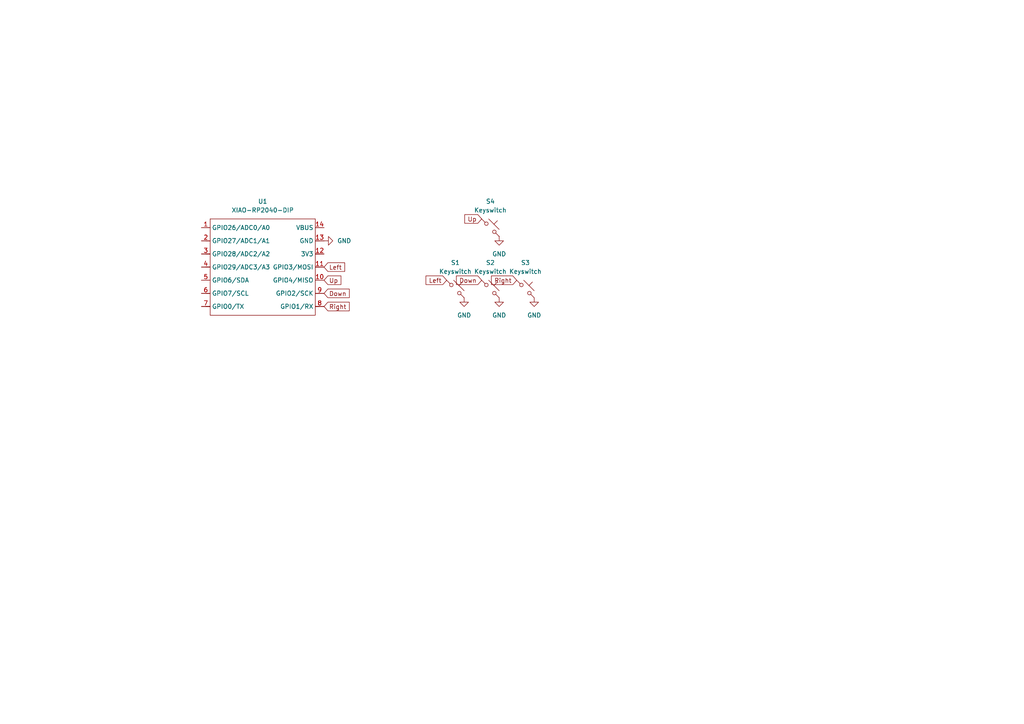
<source format=kicad_sch>
(kicad_sch
	(version 20231120)
	(generator "eeschema")
	(generator_version "8.0")
	(uuid "fae3e3d6-ea8a-4166-bf09-b52d7380ab95")
	(paper "A4")
	(lib_symbols
		(symbol "ScottoKeebs:Placeholder_Keyswitch"
			(pin_numbers hide)
			(pin_names
				(offset 1.016) hide)
			(exclude_from_sim no)
			(in_bom yes)
			(on_board yes)
			(property "Reference" "S"
				(at 3.048 1.016 0)
				(effects
					(font
						(size 1.27 1.27)
					)
					(justify left)
				)
			)
			(property "Value" "Keyswitch"
				(at 0 -3.81 0)
				(effects
					(font
						(size 1.27 1.27)
					)
				)
			)
			(property "Footprint" ""
				(at 0 0 0)
				(effects
					(font
						(size 1.27 1.27)
					)
					(hide yes)
				)
			)
			(property "Datasheet" "~"
				(at 0 0 0)
				(effects
					(font
						(size 1.27 1.27)
					)
					(hide yes)
				)
			)
			(property "Description" "Push button switch, normally open, two pins, 45° tilted"
				(at 0 0 0)
				(effects
					(font
						(size 1.27 1.27)
					)
					(hide yes)
				)
			)
			(property "ki_keywords" "switch normally-open pushbutton push-button"
				(at 0 0 0)
				(effects
					(font
						(size 1.27 1.27)
					)
					(hide yes)
				)
			)
			(symbol "Placeholder_Keyswitch_0_1"
				(circle
					(center -1.1684 1.1684)
					(radius 0.508)
					(stroke
						(width 0)
						(type default)
					)
					(fill
						(type none)
					)
				)
				(polyline
					(pts
						(xy -0.508 2.54) (xy 2.54 -0.508)
					)
					(stroke
						(width 0)
						(type default)
					)
					(fill
						(type none)
					)
				)
				(polyline
					(pts
						(xy 1.016 1.016) (xy 2.032 2.032)
					)
					(stroke
						(width 0)
						(type default)
					)
					(fill
						(type none)
					)
				)
				(polyline
					(pts
						(xy -2.54 2.54) (xy -1.524 1.524) (xy -1.524 1.524)
					)
					(stroke
						(width 0)
						(type default)
					)
					(fill
						(type none)
					)
				)
				(polyline
					(pts
						(xy 1.524 -1.524) (xy 2.54 -2.54) (xy 2.54 -2.54) (xy 2.54 -2.54)
					)
					(stroke
						(width 0)
						(type default)
					)
					(fill
						(type none)
					)
				)
				(circle
					(center 1.143 -1.1938)
					(radius 0.508)
					(stroke
						(width 0)
						(type default)
					)
					(fill
						(type none)
					)
				)
				(pin passive line
					(at -2.54 2.54 0)
					(length 0)
					(name "1"
						(effects
							(font
								(size 1.27 1.27)
							)
						)
					)
					(number "1"
						(effects
							(font
								(size 1.27 1.27)
							)
						)
					)
				)
				(pin passive line
					(at 2.54 -2.54 180)
					(length 0)
					(name "2"
						(effects
							(font
								(size 1.27 1.27)
							)
						)
					)
					(number "2"
						(effects
							(font
								(size 1.27 1.27)
							)
						)
					)
				)
			)
		)
		(symbol "Seeed_Studio_XIAO_Series:XIAO-RP2040-DIP"
			(exclude_from_sim no)
			(in_bom yes)
			(on_board yes)
			(property "Reference" "U"
				(at 0 0 0)
				(effects
					(font
						(size 1.27 1.27)
					)
				)
			)
			(property "Value" "XIAO-RP2040-DIP"
				(at 5.334 -1.778 0)
				(effects
					(font
						(size 1.27 1.27)
					)
				)
			)
			(property "Footprint" "Module:MOUDLE14P-XIAO-DIP-SMD"
				(at 14.478 -32.258 0)
				(effects
					(font
						(size 1.27 1.27)
					)
					(hide yes)
				)
			)
			(property "Datasheet" ""
				(at 0 0 0)
				(effects
					(font
						(size 1.27 1.27)
					)
					(hide yes)
				)
			)
			(property "Description" ""
				(at 0 0 0)
				(effects
					(font
						(size 1.27 1.27)
					)
					(hide yes)
				)
			)
			(symbol "XIAO-RP2040-DIP_1_0"
				(polyline
					(pts
						(xy -1.27 -30.48) (xy -1.27 -16.51)
					)
					(stroke
						(width 0.1524)
						(type solid)
					)
					(fill
						(type none)
					)
				)
				(polyline
					(pts
						(xy -1.27 -27.94) (xy -2.54 -27.94)
					)
					(stroke
						(width 0.1524)
						(type solid)
					)
					(fill
						(type none)
					)
				)
				(polyline
					(pts
						(xy -1.27 -24.13) (xy -2.54 -24.13)
					)
					(stroke
						(width 0.1524)
						(type solid)
					)
					(fill
						(type none)
					)
				)
				(polyline
					(pts
						(xy -1.27 -20.32) (xy -2.54 -20.32)
					)
					(stroke
						(width 0.1524)
						(type solid)
					)
					(fill
						(type none)
					)
				)
				(polyline
					(pts
						(xy -1.27 -16.51) (xy -2.54 -16.51)
					)
					(stroke
						(width 0.1524)
						(type solid)
					)
					(fill
						(type none)
					)
				)
				(polyline
					(pts
						(xy -1.27 -16.51) (xy -1.27 -12.7)
					)
					(stroke
						(width 0.1524)
						(type solid)
					)
					(fill
						(type none)
					)
				)
				(polyline
					(pts
						(xy -1.27 -12.7) (xy -2.54 -12.7)
					)
					(stroke
						(width 0.1524)
						(type solid)
					)
					(fill
						(type none)
					)
				)
				(polyline
					(pts
						(xy -1.27 -12.7) (xy -1.27 -8.89)
					)
					(stroke
						(width 0.1524)
						(type solid)
					)
					(fill
						(type none)
					)
				)
				(polyline
					(pts
						(xy -1.27 -8.89) (xy -2.54 -8.89)
					)
					(stroke
						(width 0.1524)
						(type solid)
					)
					(fill
						(type none)
					)
				)
				(polyline
					(pts
						(xy -1.27 -8.89) (xy -1.27 -5.08)
					)
					(stroke
						(width 0.1524)
						(type solid)
					)
					(fill
						(type none)
					)
				)
				(polyline
					(pts
						(xy -1.27 -5.08) (xy -2.54 -5.08)
					)
					(stroke
						(width 0.1524)
						(type solid)
					)
					(fill
						(type none)
					)
				)
				(polyline
					(pts
						(xy -1.27 -5.08) (xy -1.27 -2.54)
					)
					(stroke
						(width 0.1524)
						(type solid)
					)
					(fill
						(type none)
					)
				)
				(polyline
					(pts
						(xy -1.27 -2.54) (xy 29.21 -2.54)
					)
					(stroke
						(width 0.1524)
						(type solid)
					)
					(fill
						(type none)
					)
				)
				(polyline
					(pts
						(xy 29.21 -30.48) (xy -1.27 -30.48)
					)
					(stroke
						(width 0.1524)
						(type solid)
					)
					(fill
						(type none)
					)
				)
				(polyline
					(pts
						(xy 29.21 -12.7) (xy 29.21 -30.48)
					)
					(stroke
						(width 0.1524)
						(type solid)
					)
					(fill
						(type none)
					)
				)
				(polyline
					(pts
						(xy 29.21 -8.89) (xy 29.21 -12.7)
					)
					(stroke
						(width 0.1524)
						(type solid)
					)
					(fill
						(type none)
					)
				)
				(polyline
					(pts
						(xy 29.21 -5.08) (xy 29.21 -8.89)
					)
					(stroke
						(width 0.1524)
						(type solid)
					)
					(fill
						(type none)
					)
				)
				(polyline
					(pts
						(xy 29.21 -2.54) (xy 29.21 -5.08)
					)
					(stroke
						(width 0.1524)
						(type solid)
					)
					(fill
						(type none)
					)
				)
				(polyline
					(pts
						(xy 30.48 -27.94) (xy 29.21 -27.94)
					)
					(stroke
						(width 0.1524)
						(type solid)
					)
					(fill
						(type none)
					)
				)
				(polyline
					(pts
						(xy 30.48 -24.13) (xy 29.21 -24.13)
					)
					(stroke
						(width 0.1524)
						(type solid)
					)
					(fill
						(type none)
					)
				)
				(polyline
					(pts
						(xy 30.48 -20.32) (xy 29.21 -20.32)
					)
					(stroke
						(width 0.1524)
						(type solid)
					)
					(fill
						(type none)
					)
				)
				(polyline
					(pts
						(xy 30.48 -16.51) (xy 29.21 -16.51)
					)
					(stroke
						(width 0.1524)
						(type solid)
					)
					(fill
						(type none)
					)
				)
				(polyline
					(pts
						(xy 30.48 -12.7) (xy 29.21 -12.7)
					)
					(stroke
						(width 0.1524)
						(type solid)
					)
					(fill
						(type none)
					)
				)
				(polyline
					(pts
						(xy 30.48 -8.89) (xy 29.21 -8.89)
					)
					(stroke
						(width 0.1524)
						(type solid)
					)
					(fill
						(type none)
					)
				)
				(polyline
					(pts
						(xy 30.48 -5.08) (xy 29.21 -5.08)
					)
					(stroke
						(width 0.1524)
						(type solid)
					)
					(fill
						(type none)
					)
				)
				(pin passive line
					(at -3.81 -5.08 0)
					(length 2.54)
					(name "GPIO26/ADC0/A0"
						(effects
							(font
								(size 1.27 1.27)
							)
						)
					)
					(number "1"
						(effects
							(font
								(size 1.27 1.27)
							)
						)
					)
				)
				(pin passive line
					(at 31.75 -20.32 180)
					(length 2.54)
					(name "GPIO4/MISO"
						(effects
							(font
								(size 1.27 1.27)
							)
						)
					)
					(number "10"
						(effects
							(font
								(size 1.27 1.27)
							)
						)
					)
				)
				(pin passive line
					(at 31.75 -16.51 180)
					(length 2.54)
					(name "GPIO3/MOSI"
						(effects
							(font
								(size 1.27 1.27)
							)
						)
					)
					(number "11"
						(effects
							(font
								(size 1.27 1.27)
							)
						)
					)
				)
				(pin passive line
					(at 31.75 -12.7 180)
					(length 2.54)
					(name "3V3"
						(effects
							(font
								(size 1.27 1.27)
							)
						)
					)
					(number "12"
						(effects
							(font
								(size 1.27 1.27)
							)
						)
					)
				)
				(pin passive line
					(at 31.75 -8.89 180)
					(length 2.54)
					(name "GND"
						(effects
							(font
								(size 1.27 1.27)
							)
						)
					)
					(number "13"
						(effects
							(font
								(size 1.27 1.27)
							)
						)
					)
				)
				(pin passive line
					(at 31.75 -5.08 180)
					(length 2.54)
					(name "VBUS"
						(effects
							(font
								(size 1.27 1.27)
							)
						)
					)
					(number "14"
						(effects
							(font
								(size 1.27 1.27)
							)
						)
					)
				)
				(pin passive line
					(at -3.81 -8.89 0)
					(length 2.54)
					(name "GPIO27/ADC1/A1"
						(effects
							(font
								(size 1.27 1.27)
							)
						)
					)
					(number "2"
						(effects
							(font
								(size 1.27 1.27)
							)
						)
					)
				)
				(pin passive line
					(at -3.81 -12.7 0)
					(length 2.54)
					(name "GPIO28/ADC2/A2"
						(effects
							(font
								(size 1.27 1.27)
							)
						)
					)
					(number "3"
						(effects
							(font
								(size 1.27 1.27)
							)
						)
					)
				)
				(pin passive line
					(at -3.81 -16.51 0)
					(length 2.54)
					(name "GPIO29/ADC3/A3"
						(effects
							(font
								(size 1.27 1.27)
							)
						)
					)
					(number "4"
						(effects
							(font
								(size 1.27 1.27)
							)
						)
					)
				)
				(pin passive line
					(at -3.81 -20.32 0)
					(length 2.54)
					(name "GPIO6/SDA"
						(effects
							(font
								(size 1.27 1.27)
							)
						)
					)
					(number "5"
						(effects
							(font
								(size 1.27 1.27)
							)
						)
					)
				)
				(pin passive line
					(at -3.81 -24.13 0)
					(length 2.54)
					(name "GPIO7/SCL"
						(effects
							(font
								(size 1.27 1.27)
							)
						)
					)
					(number "6"
						(effects
							(font
								(size 1.27 1.27)
							)
						)
					)
				)
				(pin passive line
					(at -3.81 -27.94 0)
					(length 2.54)
					(name "GPIO0/TX"
						(effects
							(font
								(size 1.27 1.27)
							)
						)
					)
					(number "7"
						(effects
							(font
								(size 1.27 1.27)
							)
						)
					)
				)
				(pin passive line
					(at 31.75 -27.94 180)
					(length 2.54)
					(name "GPIO1/RX"
						(effects
							(font
								(size 1.27 1.27)
							)
						)
					)
					(number "8"
						(effects
							(font
								(size 1.27 1.27)
							)
						)
					)
				)
				(pin passive line
					(at 31.75 -24.13 180)
					(length 2.54)
					(name "GPIO2/SCK"
						(effects
							(font
								(size 1.27 1.27)
							)
						)
					)
					(number "9"
						(effects
							(font
								(size 1.27 1.27)
							)
						)
					)
				)
			)
		)
		(symbol "power:GND"
			(power)
			(pin_numbers hide)
			(pin_names
				(offset 0) hide)
			(exclude_from_sim no)
			(in_bom yes)
			(on_board yes)
			(property "Reference" "#PWR"
				(at 0 -6.35 0)
				(effects
					(font
						(size 1.27 1.27)
					)
					(hide yes)
				)
			)
			(property "Value" "GND"
				(at 0 -3.81 0)
				(effects
					(font
						(size 1.27 1.27)
					)
				)
			)
			(property "Footprint" ""
				(at 0 0 0)
				(effects
					(font
						(size 1.27 1.27)
					)
					(hide yes)
				)
			)
			(property "Datasheet" ""
				(at 0 0 0)
				(effects
					(font
						(size 1.27 1.27)
					)
					(hide yes)
				)
			)
			(property "Description" "Power symbol creates a global label with name \"GND\" , ground"
				(at 0 0 0)
				(effects
					(font
						(size 1.27 1.27)
					)
					(hide yes)
				)
			)
			(property "ki_keywords" "global power"
				(at 0 0 0)
				(effects
					(font
						(size 1.27 1.27)
					)
					(hide yes)
				)
			)
			(symbol "GND_0_1"
				(polyline
					(pts
						(xy 0 0) (xy 0 -1.27) (xy 1.27 -1.27) (xy 0 -2.54) (xy -1.27 -1.27) (xy 0 -1.27)
					)
					(stroke
						(width 0)
						(type default)
					)
					(fill
						(type none)
					)
				)
			)
			(symbol "GND_1_1"
				(pin power_in line
					(at 0 0 270)
					(length 0)
					(name "~"
						(effects
							(font
								(size 1.27 1.27)
							)
						)
					)
					(number "1"
						(effects
							(font
								(size 1.27 1.27)
							)
						)
					)
				)
			)
		)
	)
	(global_label "Left"
		(shape input)
		(at 93.98 77.47 0)
		(fields_autoplaced yes)
		(effects
			(font
				(size 1.27 1.27)
			)
			(justify left)
		)
		(uuid "0acbd108-9fba-4214-8b7a-7d845c70a691")
		(property "Intersheetrefs" "${INTERSHEET_REFS}"
			(at 100.5333 77.47 0)
			(effects
				(font
					(size 1.27 1.27)
				)
				(justify left)
				(hide yes)
			)
		)
	)
	(global_label "Left"
		(shape input)
		(at 129.54 81.28 180)
		(fields_autoplaced yes)
		(effects
			(font
				(size 1.27 1.27)
			)
			(justify right)
		)
		(uuid "13feb6e3-ded7-4f66-9d0c-aa3095809189")
		(property "Intersheetrefs" "${INTERSHEET_REFS}"
			(at 122.9867 81.28 0)
			(effects
				(font
					(size 1.27 1.27)
				)
				(justify right)
				(hide yes)
			)
		)
	)
	(global_label "Right"
		(shape input)
		(at 149.86 81.28 180)
		(fields_autoplaced yes)
		(effects
			(font
				(size 1.27 1.27)
			)
			(justify right)
		)
		(uuid "692b83d5-dfbb-4697-aa28-ab9aa7e9ea00")
		(property "Intersheetrefs" "${INTERSHEET_REFS}"
			(at 141.9763 81.28 0)
			(effects
				(font
					(size 1.27 1.27)
				)
				(justify right)
				(hide yes)
			)
		)
	)
	(global_label "Right"
		(shape input)
		(at 93.98 88.9 0)
		(fields_autoplaced yes)
		(effects
			(font
				(size 1.27 1.27)
			)
			(justify left)
		)
		(uuid "8679cfb7-fb1d-4c33-ba41-bc7bffa47e95")
		(property "Intersheetrefs" "${INTERSHEET_REFS}"
			(at 101.8637 88.9 0)
			(effects
				(font
					(size 1.27 1.27)
				)
				(justify left)
				(hide yes)
			)
		)
	)
	(global_label "Up"
		(shape input)
		(at 139.7 63.5 180)
		(fields_autoplaced yes)
		(effects
			(font
				(size 1.27 1.27)
			)
			(justify right)
		)
		(uuid "b582bce7-25c8-425d-b513-d8722adb87f4")
		(property "Intersheetrefs" "${INTERSHEET_REFS}"
			(at 134.2353 63.5 0)
			(effects
				(font
					(size 1.27 1.27)
				)
				(justify right)
				(hide yes)
			)
		)
	)
	(global_label "Down"
		(shape input)
		(at 93.98 85.09 0)
		(fields_autoplaced yes)
		(effects
			(font
				(size 1.27 1.27)
			)
			(justify left)
		)
		(uuid "b87458ac-8acd-4061-b1e6-887e6254b966")
		(property "Intersheetrefs" "${INTERSHEET_REFS}"
			(at 101.8637 85.09 0)
			(effects
				(font
					(size 1.27 1.27)
				)
				(justify left)
				(hide yes)
			)
		)
	)
	(global_label "Up"
		(shape input)
		(at 93.98 81.28 0)
		(fields_autoplaced yes)
		(effects
			(font
				(size 1.27 1.27)
			)
			(justify left)
		)
		(uuid "be2c54fe-6e05-45ce-a0ea-3b5020331132")
		(property "Intersheetrefs" "${INTERSHEET_REFS}"
			(at 99.4447 81.28 0)
			(effects
				(font
					(size 1.27 1.27)
				)
				(justify left)
				(hide yes)
			)
		)
	)
	(global_label "Down"
		(shape input)
		(at 139.7 81.28 180)
		(fields_autoplaced yes)
		(effects
			(font
				(size 1.27 1.27)
			)
			(justify right)
		)
		(uuid "d680c548-f15a-408b-ae3f-1027bf86479d")
		(property "Intersheetrefs" "${INTERSHEET_REFS}"
			(at 131.8163 81.28 0)
			(effects
				(font
					(size 1.27 1.27)
				)
				(justify right)
				(hide yes)
			)
		)
	)
	(symbol
		(lib_id "Seeed_Studio_XIAO_Series:XIAO-RP2040-DIP")
		(at 62.23 60.96 0)
		(unit 1)
		(exclude_from_sim no)
		(in_bom yes)
		(on_board yes)
		(dnp no)
		(fields_autoplaced yes)
		(uuid "062e399a-6501-460a-8689-770752f3ae46")
		(property "Reference" "U1"
			(at 76.2 58.42 0)
			(effects
				(font
					(size 1.27 1.27)
				)
			)
		)
		(property "Value" "XIAO-RP2040-DIP"
			(at 76.2 60.96 0)
			(effects
				(font
					(size 1.27 1.27)
				)
			)
		)
		(property "Footprint" "ScottoKeebs_MCU:Seeed_XIAO_RP2040"
			(at 76.708 93.218 0)
			(effects
				(font
					(size 1.27 1.27)
				)
				(hide yes)
			)
		)
		(property "Datasheet" ""
			(at 62.23 60.96 0)
			(effects
				(font
					(size 1.27 1.27)
				)
				(hide yes)
			)
		)
		(property "Description" ""
			(at 62.23 60.96 0)
			(effects
				(font
					(size 1.27 1.27)
				)
				(hide yes)
			)
		)
		(pin "9"
			(uuid "5084d70c-b825-4fb4-8886-f5b0992e1399")
		)
		(pin "4"
			(uuid "3bc63a84-ef0b-47f6-8b4f-f1eb80a42267")
		)
		(pin "11"
			(uuid "ec769f03-57d5-4c8f-94d9-90ea54560306")
		)
		(pin "12"
			(uuid "3b6240db-5238-41d5-8872-0563a1eb9e6a")
		)
		(pin "10"
			(uuid "c4800f06-e723-46e4-b4a9-ebd88d853e4b")
		)
		(pin "1"
			(uuid "53d3e284-3b27-4342-945e-0ce15d49e33b")
		)
		(pin "2"
			(uuid "3babb903-9862-497d-92fe-2eb084af9591")
		)
		(pin "5"
			(uuid "9f8ad082-827d-4822-8ac0-0192da1ddfc1")
		)
		(pin "6"
			(uuid "491b7878-4811-40de-9cf6-5ae81130f057")
		)
		(pin "8"
			(uuid "35b5f1b6-8665-48db-a63a-014ac9e53fe5")
		)
		(pin "3"
			(uuid "34bbcc7b-0166-4c26-806e-48329877fcfa")
		)
		(pin "14"
			(uuid "a96e90fc-25fb-4cbe-be86-f45ba16aeac6")
		)
		(pin "7"
			(uuid "997cedbd-090f-499a-abcd-f5fd260615e3")
		)
		(pin "13"
			(uuid "b8bf8996-377e-4f42-92dd-4c7fd24af1ad")
		)
		(instances
			(project ""
				(path "/fae3e3d6-ea8a-4166-bf09-b52d7380ab95"
					(reference "U1")
					(unit 1)
				)
			)
		)
	)
	(symbol
		(lib_id "ScottoKeebs:Placeholder_Keyswitch")
		(at 132.08 83.82 0)
		(unit 1)
		(exclude_from_sim no)
		(in_bom yes)
		(on_board yes)
		(dnp no)
		(fields_autoplaced yes)
		(uuid "06a6470b-a264-44c4-83d1-c0d664e7c869")
		(property "Reference" "S1"
			(at 132.08 76.2 0)
			(effects
				(font
					(size 1.27 1.27)
				)
			)
		)
		(property "Value" "Keyswitch"
			(at 132.08 78.74 0)
			(effects
				(font
					(size 1.27 1.27)
				)
			)
		)
		(property "Footprint" "ScottoKeebs_MX:MX_PCB_1.00u"
			(at 132.08 83.82 0)
			(effects
				(font
					(size 1.27 1.27)
				)
				(hide yes)
			)
		)
		(property "Datasheet" "~"
			(at 132.08 83.82 0)
			(effects
				(font
					(size 1.27 1.27)
				)
				(hide yes)
			)
		)
		(property "Description" "Push button switch, normally open, two pins, 45° tilted"
			(at 132.08 83.82 0)
			(effects
				(font
					(size 1.27 1.27)
				)
				(hide yes)
			)
		)
		(pin "1"
			(uuid "6df0a019-d108-4edc-9474-752b1371e49a")
		)
		(pin "2"
			(uuid "aa45038e-0ec4-493e-977b-61c871993eba")
		)
		(instances
			(project ""
				(path "/fae3e3d6-ea8a-4166-bf09-b52d7380ab95"
					(reference "S1")
					(unit 1)
				)
			)
		)
	)
	(symbol
		(lib_id "power:GND")
		(at 134.62 86.36 0)
		(unit 1)
		(exclude_from_sim no)
		(in_bom yes)
		(on_board yes)
		(dnp no)
		(fields_autoplaced yes)
		(uuid "266c2780-16b7-46b9-bf55-2add2fa155bf")
		(property "Reference" "#PWR01"
			(at 134.62 92.71 0)
			(effects
				(font
					(size 1.27 1.27)
				)
				(hide yes)
			)
		)
		(property "Value" "GND"
			(at 134.62 91.44 0)
			(effects
				(font
					(size 1.27 1.27)
				)
			)
		)
		(property "Footprint" ""
			(at 134.62 86.36 0)
			(effects
				(font
					(size 1.27 1.27)
				)
				(hide yes)
			)
		)
		(property "Datasheet" ""
			(at 134.62 86.36 0)
			(effects
				(font
					(size 1.27 1.27)
				)
				(hide yes)
			)
		)
		(property "Description" "Power symbol creates a global label with name \"GND\" , ground"
			(at 134.62 86.36 0)
			(effects
				(font
					(size 1.27 1.27)
				)
				(hide yes)
			)
		)
		(pin "1"
			(uuid "47b8bec2-60a1-406d-93e0-455ac833ef3c")
		)
		(instances
			(project ""
				(path "/fae3e3d6-ea8a-4166-bf09-b52d7380ab95"
					(reference "#PWR01")
					(unit 1)
				)
			)
		)
	)
	(symbol
		(lib_id "power:GND")
		(at 144.78 68.58 0)
		(unit 1)
		(exclude_from_sim no)
		(in_bom yes)
		(on_board yes)
		(dnp no)
		(fields_autoplaced yes)
		(uuid "30e6510d-acf3-49d2-9fcb-c36a0cfac48a")
		(property "Reference" "#PWR04"
			(at 144.78 74.93 0)
			(effects
				(font
					(size 1.27 1.27)
				)
				(hide yes)
			)
		)
		(property "Value" "GND"
			(at 144.78 73.66 0)
			(effects
				(font
					(size 1.27 1.27)
				)
			)
		)
		(property "Footprint" ""
			(at 144.78 68.58 0)
			(effects
				(font
					(size 1.27 1.27)
				)
				(hide yes)
			)
		)
		(property "Datasheet" ""
			(at 144.78 68.58 0)
			(effects
				(font
					(size 1.27 1.27)
				)
				(hide yes)
			)
		)
		(property "Description" "Power symbol creates a global label with name \"GND\" , ground"
			(at 144.78 68.58 0)
			(effects
				(font
					(size 1.27 1.27)
				)
				(hide yes)
			)
		)
		(pin "1"
			(uuid "18d8e586-ba3f-4ff5-88de-54c77c1dec34")
		)
		(instances
			(project "pcb"
				(path "/fae3e3d6-ea8a-4166-bf09-b52d7380ab95"
					(reference "#PWR04")
					(unit 1)
				)
			)
		)
	)
	(symbol
		(lib_id "ScottoKeebs:Placeholder_Keyswitch")
		(at 152.4 83.82 0)
		(unit 1)
		(exclude_from_sim no)
		(in_bom yes)
		(on_board yes)
		(dnp no)
		(fields_autoplaced yes)
		(uuid "55a0ae42-1da6-4a0e-8f5d-f0039858e344")
		(property "Reference" "S3"
			(at 152.4 76.2 0)
			(effects
				(font
					(size 1.27 1.27)
				)
			)
		)
		(property "Value" "Keyswitch"
			(at 152.4 78.74 0)
			(effects
				(font
					(size 1.27 1.27)
				)
			)
		)
		(property "Footprint" "ScottoKeebs_MX:MX_PCB_1.00u"
			(at 152.4 83.82 0)
			(effects
				(font
					(size 1.27 1.27)
				)
				(hide yes)
			)
		)
		(property "Datasheet" "~"
			(at 152.4 83.82 0)
			(effects
				(font
					(size 1.27 1.27)
				)
				(hide yes)
			)
		)
		(property "Description" "Push button switch, normally open, two pins, 45° tilted"
			(at 152.4 83.82 0)
			(effects
				(font
					(size 1.27 1.27)
				)
				(hide yes)
			)
		)
		(pin "1"
			(uuid "e413ccf1-1cb6-4103-983b-ba129582d087")
		)
		(pin "2"
			(uuid "15e3162c-1c96-476e-9bb8-ac64de246c56")
		)
		(instances
			(project "pcb"
				(path "/fae3e3d6-ea8a-4166-bf09-b52d7380ab95"
					(reference "S3")
					(unit 1)
				)
			)
		)
	)
	(symbol
		(lib_id "power:GND")
		(at 93.98 69.85 90)
		(unit 1)
		(exclude_from_sim no)
		(in_bom yes)
		(on_board yes)
		(dnp no)
		(fields_autoplaced yes)
		(uuid "79ced497-61ac-4bf6-a459-08f7b8776521")
		(property "Reference" "#PWR05"
			(at 100.33 69.85 0)
			(effects
				(font
					(size 1.27 1.27)
				)
				(hide yes)
			)
		)
		(property "Value" "GND"
			(at 97.79 69.8499 90)
			(effects
				(font
					(size 1.27 1.27)
				)
				(justify right)
			)
		)
		(property "Footprint" ""
			(at 93.98 69.85 0)
			(effects
				(font
					(size 1.27 1.27)
				)
				(hide yes)
			)
		)
		(property "Datasheet" ""
			(at 93.98 69.85 0)
			(effects
				(font
					(size 1.27 1.27)
				)
				(hide yes)
			)
		)
		(property "Description" "Power symbol creates a global label with name \"GND\" , ground"
			(at 93.98 69.85 0)
			(effects
				(font
					(size 1.27 1.27)
				)
				(hide yes)
			)
		)
		(pin "1"
			(uuid "203af129-935e-40fa-957d-6400cfd2c57c")
		)
		(instances
			(project ""
				(path "/fae3e3d6-ea8a-4166-bf09-b52d7380ab95"
					(reference "#PWR05")
					(unit 1)
				)
			)
		)
	)
	(symbol
		(lib_id "ScottoKeebs:Placeholder_Keyswitch")
		(at 142.24 83.82 0)
		(unit 1)
		(exclude_from_sim no)
		(in_bom yes)
		(on_board yes)
		(dnp no)
		(fields_autoplaced yes)
		(uuid "a4cdb324-76e8-41fb-b06c-51f890a3e074")
		(property "Reference" "S2"
			(at 142.24 76.2 0)
			(effects
				(font
					(size 1.27 1.27)
				)
			)
		)
		(property "Value" "Keyswitch"
			(at 142.24 78.74 0)
			(effects
				(font
					(size 1.27 1.27)
				)
			)
		)
		(property "Footprint" "ScottoKeebs_MX:MX_PCB_1.00u"
			(at 142.24 83.82 0)
			(effects
				(font
					(size 1.27 1.27)
				)
				(hide yes)
			)
		)
		(property "Datasheet" "~"
			(at 142.24 83.82 0)
			(effects
				(font
					(size 1.27 1.27)
				)
				(hide yes)
			)
		)
		(property "Description" "Push button switch, normally open, two pins, 45° tilted"
			(at 142.24 83.82 0)
			(effects
				(font
					(size 1.27 1.27)
				)
				(hide yes)
			)
		)
		(pin "1"
			(uuid "0009217a-7dd3-4f00-855a-ea8b20e39da0")
		)
		(pin "2"
			(uuid "c29d5d43-fe50-4494-8041-fd43da234476")
		)
		(instances
			(project "pcb"
				(path "/fae3e3d6-ea8a-4166-bf09-b52d7380ab95"
					(reference "S2")
					(unit 1)
				)
			)
		)
	)
	(symbol
		(lib_id "ScottoKeebs:Placeholder_Keyswitch")
		(at 142.24 66.04 0)
		(unit 1)
		(exclude_from_sim no)
		(in_bom yes)
		(on_board yes)
		(dnp no)
		(fields_autoplaced yes)
		(uuid "aa103894-61cc-4575-aa15-bba9b2a6fe1b")
		(property "Reference" "S4"
			(at 142.24 58.42 0)
			(effects
				(font
					(size 1.27 1.27)
				)
			)
		)
		(property "Value" "Keyswitch"
			(at 142.24 60.96 0)
			(effects
				(font
					(size 1.27 1.27)
				)
			)
		)
		(property "Footprint" "ScottoKeebs_MX:MX_PCB_1.00u"
			(at 142.24 66.04 0)
			(effects
				(font
					(size 1.27 1.27)
				)
				(hide yes)
			)
		)
		(property "Datasheet" "~"
			(at 142.24 66.04 0)
			(effects
				(font
					(size 1.27 1.27)
				)
				(hide yes)
			)
		)
		(property "Description" "Push button switch, normally open, two pins, 45° tilted"
			(at 142.24 66.04 0)
			(effects
				(font
					(size 1.27 1.27)
				)
				(hide yes)
			)
		)
		(pin "1"
			(uuid "66ff1f50-0046-43a3-baa3-5e6c3a9bf5fd")
		)
		(pin "2"
			(uuid "0a047024-e742-4f36-aa0a-4cbd1dbd19f6")
		)
		(instances
			(project "pcb"
				(path "/fae3e3d6-ea8a-4166-bf09-b52d7380ab95"
					(reference "S4")
					(unit 1)
				)
			)
		)
	)
	(symbol
		(lib_id "power:GND")
		(at 144.78 86.36 0)
		(unit 1)
		(exclude_from_sim no)
		(in_bom yes)
		(on_board yes)
		(dnp no)
		(fields_autoplaced yes)
		(uuid "b3c26b9d-841b-4c7d-a061-3cc8a9b7946d")
		(property "Reference" "#PWR02"
			(at 144.78 92.71 0)
			(effects
				(font
					(size 1.27 1.27)
				)
				(hide yes)
			)
		)
		(property "Value" "GND"
			(at 144.78 91.44 0)
			(effects
				(font
					(size 1.27 1.27)
				)
			)
		)
		(property "Footprint" ""
			(at 144.78 86.36 0)
			(effects
				(font
					(size 1.27 1.27)
				)
				(hide yes)
			)
		)
		(property "Datasheet" ""
			(at 144.78 86.36 0)
			(effects
				(font
					(size 1.27 1.27)
				)
				(hide yes)
			)
		)
		(property "Description" "Power symbol creates a global label with name \"GND\" , ground"
			(at 144.78 86.36 0)
			(effects
				(font
					(size 1.27 1.27)
				)
				(hide yes)
			)
		)
		(pin "1"
			(uuid "79db9fca-cefd-46fb-b02a-ed2ad2249538")
		)
		(instances
			(project "pcb"
				(path "/fae3e3d6-ea8a-4166-bf09-b52d7380ab95"
					(reference "#PWR02")
					(unit 1)
				)
			)
		)
	)
	(symbol
		(lib_id "power:GND")
		(at 154.94 86.36 0)
		(unit 1)
		(exclude_from_sim no)
		(in_bom yes)
		(on_board yes)
		(dnp no)
		(fields_autoplaced yes)
		(uuid "d57e0559-f4db-4c2f-93c2-148b111c214f")
		(property "Reference" "#PWR03"
			(at 154.94 92.71 0)
			(effects
				(font
					(size 1.27 1.27)
				)
				(hide yes)
			)
		)
		(property "Value" "GND"
			(at 154.94 91.44 0)
			(effects
				(font
					(size 1.27 1.27)
				)
			)
		)
		(property "Footprint" ""
			(at 154.94 86.36 0)
			(effects
				(font
					(size 1.27 1.27)
				)
				(hide yes)
			)
		)
		(property "Datasheet" ""
			(at 154.94 86.36 0)
			(effects
				(font
					(size 1.27 1.27)
				)
				(hide yes)
			)
		)
		(property "Description" "Power symbol creates a global label with name \"GND\" , ground"
			(at 154.94 86.36 0)
			(effects
				(font
					(size 1.27 1.27)
				)
				(hide yes)
			)
		)
		(pin "1"
			(uuid "53754d6a-c123-4fac-8d8a-ee330f04af6d")
		)
		(instances
			(project "pcb"
				(path "/fae3e3d6-ea8a-4166-bf09-b52d7380ab95"
					(reference "#PWR03")
					(unit 1)
				)
			)
		)
	)
	(sheet_instances
		(path "/"
			(page "1")
		)
	)
)

</source>
